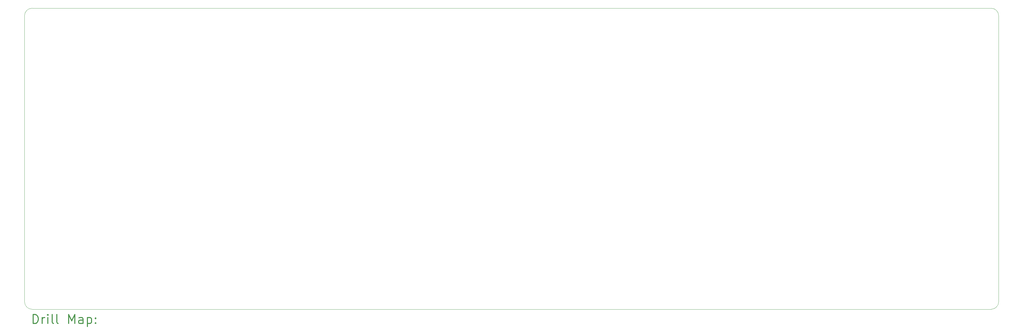
<source format=gbr>
%FSLAX45Y45*%
G04 Gerber Fmt 4.5, Leading zero omitted, Abs format (unit mm)*
G04 Created by KiCad (PCBNEW (5.1.9)-1) date 2021-05-17 18:03:41*
%MOMM*%
%LPD*%
G01*
G04 APERTURE LIST*
%TA.AperFunction,Profile*%
%ADD10C,0.100000*%
%TD*%
%ADD11C,0.200000*%
%ADD12C,0.300000*%
G04 APERTURE END LIST*
D10*
X38530000Y-19445000D02*
X38530000Y-10015000D01*
X6450000Y-19445000D02*
X6450000Y-10015000D01*
X6450000Y-10015000D02*
G75*
G02*
X6700000Y-9765000I250000J0D01*
G01*
X38530000Y-19445000D02*
G75*
G02*
X38280000Y-19695000I-250000J0D01*
G01*
X6700000Y-19695000D02*
G75*
G02*
X6450000Y-19445000I0J250000D01*
G01*
X38280000Y-9765000D02*
G75*
G02*
X38530000Y-10015000I0J-250000D01*
G01*
X6700000Y-19695000D02*
X38280000Y-19695000D01*
X38280000Y-9765000D02*
X6700000Y-9765000D01*
D11*
D12*
X6731428Y-20165714D02*
X6731428Y-19865714D01*
X6802857Y-19865714D01*
X6845714Y-19880000D01*
X6874286Y-19908572D01*
X6888571Y-19937143D01*
X6902857Y-19994286D01*
X6902857Y-20037143D01*
X6888571Y-20094286D01*
X6874286Y-20122857D01*
X6845714Y-20151429D01*
X6802857Y-20165714D01*
X6731428Y-20165714D01*
X7031428Y-20165714D02*
X7031428Y-19965714D01*
X7031428Y-20022857D02*
X7045714Y-19994286D01*
X7060000Y-19980000D01*
X7088571Y-19965714D01*
X7117143Y-19965714D01*
X7217143Y-20165714D02*
X7217143Y-19965714D01*
X7217143Y-19865714D02*
X7202857Y-19880000D01*
X7217143Y-19894286D01*
X7231428Y-19880000D01*
X7217143Y-19865714D01*
X7217143Y-19894286D01*
X7402857Y-20165714D02*
X7374286Y-20151429D01*
X7360000Y-20122857D01*
X7360000Y-19865714D01*
X7560000Y-20165714D02*
X7531428Y-20151429D01*
X7517143Y-20122857D01*
X7517143Y-19865714D01*
X7902857Y-20165714D02*
X7902857Y-19865714D01*
X8002857Y-20080000D01*
X8102857Y-19865714D01*
X8102857Y-20165714D01*
X8374286Y-20165714D02*
X8374286Y-20008572D01*
X8360000Y-19980000D01*
X8331428Y-19965714D01*
X8274286Y-19965714D01*
X8245714Y-19980000D01*
X8374286Y-20151429D02*
X8345714Y-20165714D01*
X8274286Y-20165714D01*
X8245714Y-20151429D01*
X8231428Y-20122857D01*
X8231428Y-20094286D01*
X8245714Y-20065714D01*
X8274286Y-20051429D01*
X8345714Y-20051429D01*
X8374286Y-20037143D01*
X8517143Y-19965714D02*
X8517143Y-20265714D01*
X8517143Y-19980000D02*
X8545714Y-19965714D01*
X8602857Y-19965714D01*
X8631428Y-19980000D01*
X8645714Y-19994286D01*
X8660000Y-20022857D01*
X8660000Y-20108572D01*
X8645714Y-20137143D01*
X8631428Y-20151429D01*
X8602857Y-20165714D01*
X8545714Y-20165714D01*
X8517143Y-20151429D01*
X8788571Y-20137143D02*
X8802857Y-20151429D01*
X8788571Y-20165714D01*
X8774286Y-20151429D01*
X8788571Y-20137143D01*
X8788571Y-20165714D01*
X8788571Y-19980000D02*
X8802857Y-19994286D01*
X8788571Y-20008572D01*
X8774286Y-19994286D01*
X8788571Y-19980000D01*
X8788571Y-20008572D01*
M02*

</source>
